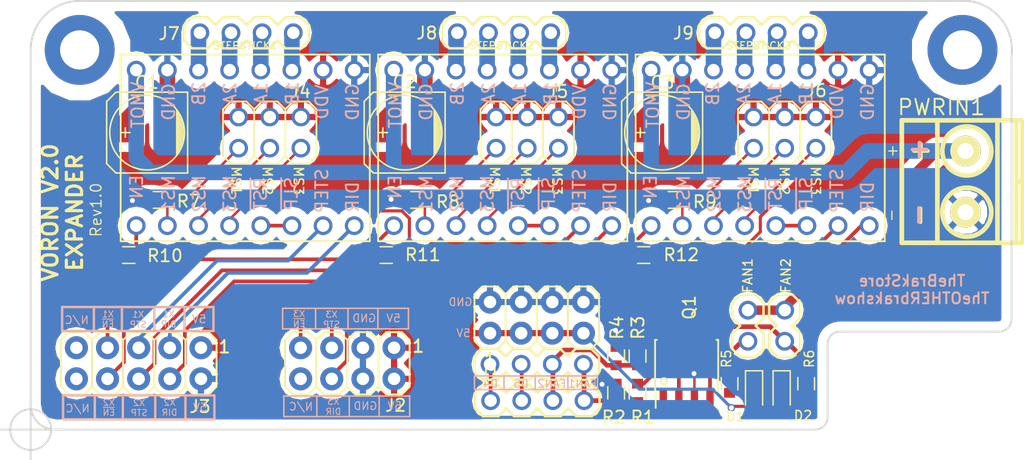
<source format=kicad_pcb>
(kicad_pcb (version 4) (host pcbnew 4.0.2-stable)
  (layers (0 F.Cu signal) (31 B.Cu signal hide) (34 B.Paste user) (35 F.Paste user hide) (36 B.SilkS user hide) (37 F.SilkS user) (38 B.Mask user) (39 F.Mask user hide) (44 Edge.Cuts user))
  (net 0 "")
  (net 1 VMOT)
  (net 2 GND)
  (net 3 VCC)
  (net 4 "Net-(D1-Pad1)")
  (net 5 "Net-(D2-Pad1)")
  (net 6 "Net-(FAN1-Pad2)")
  (net 7 "Net-(FAN2-Pad2)")
  (net 8 FAN1)
  (net 9 FAN2)
  (net 10 D5)
  (net 11 D4)
  (net 12 STEP_1)
  (net 13 DIR_2)
  (net 14 EN_1)
  (net 15 "Net-(J2-Pad8)")
  (net 16 DIR_1)
  (net 17 STEP_2)
  (net 18 EN_2)
  (net 19 "Net-(J3-Pad9)")
  (net 20 "Net-(J3-Pad10)")
  (net 21 "Net-(J7-Pad1)")
  (net 22 "Net-(J7-Pad2)")
  (net 23 "Net-(J7-Pad3)")
  (net 24 "Net-(J7-Pad4)")
  (net 25 "Net-(J8-Pad1)")
  (net 26 "Net-(J8-Pad2)")
  (net 27 "Net-(J8-Pad3)")
  (net 28 "Net-(J8-Pad4)")
  (net 29 "Net-(J9-Pad1)")
  (net 30 "Net-(J9-Pad2)")
  (net 31 "Net-(J9-Pad3)")
  (net 32 "Net-(J9-Pad4)")
  (net 33 "Net-(Q1-Pad2)")
  (net 34 "Net-(Q1-Pad4)")
  (net 35 "Net-(Stepstick1-Pad5)")
  (net 36 "Net-(Stepstick2-Pad5)")
  (net 37 "Net-(Stepstick3-Pad5)")
  (net 38 "Net-(J4-Pad1)")
  (net 39 "Net-(J4-Pad3)")
  (net 40 "Net-(J4-Pad5)")
  (net 41 "Net-(J5-Pad1)")
  (net 42 "Net-(J5-Pad3)")
  (net 43 "Net-(J5-Pad5)")
  (net 44 "Net-(J6-Pad1)")
  (net 45 "Net-(J6-Pad3)")
  (net 46 "Net-(J6-Pad5)")
  (net 47 DIR_3)
  (net 48 EN_3)
  (net 49 STEP_3)
  (module VORON_V2.0:2X4_PIN_HEADER (layer F.Cu) (at 159.639 123.317 180)
    (fp_text reference J2 (at -0.1298 -4.7018 180) (layer F.SilkS))
    (fp_text value CONN_02X04)
    (fp_text user 1 (at -1.9708 0.1244 180) (layer F.SilkS) (effects (font (size 1.016 1.016) (thickness 0.16256))))
    (pad 1 thru_hole oval (at 0 0 180) (size 1.8796 1.8796) (drill 1.016) (layers *.Cu *.Mask) (net 3 VCC) (clearance 0.2032))
    (pad 2 thru_hole oval (at 0 -2.54 180) (size 1.8796 1.8796) (drill 1.016) (layers *.Cu *.Mask) (net 3 VCC) (clearance 0.2032))
    (pad 3 thru_hole oval (at 2.54 0 180) (size 1.8796 1.8796) (drill 1.016) (layers *.Cu *.Mask) (net 2 GND) (clearance 0.2032))
    (pad 4 thru_hole oval (at 2.54 -2.54 180) (size 1.8796 1.8796) (drill 1.016) (layers *.Cu *.Mask) (net 2 GND))
    (pad 5 thru_hole oval (at 5.08 0 180) (size 1.8796 1.8796) (drill 1.016) (layers *.Cu *.Mask) (net 49 STEP_3))
    (pad 6 thru_hole oval (at 5.08 -2.54 180) (size 1.8796 1.8796) (drill 1.016) (layers *.Cu *.Mask) (net 47 DIR_3))
    (pad 7 thru_hole oval (at 7.62 0 180) (size 1.8796 1.8796) (drill 1.016) (layers *.Cu *.Mask) (net 48 EN_3))
    (pad 8 thru_hole oval (at 7.62 -2.54 180) (size 1.8796 1.8796) (drill 1.016) (layers *.Cu *.Mask) (net 15 "Net-(J2-Pad8)"))
  )
  (module VORON_V2.0:Stepstick (layer F.Cu) (at 147.5 107 90)
    (fp_text reference STEPSTICK1 (at 8.3428 -0.0084 180) (layer F.SilkS) (effects (font (size 0.6 0.6) (thickness 0.1))))
    (fp_text value Stepstick)
    (fp_text user VMOT (at 3.5 -8.75 90) (layer B.SilkS) (effects (justify mirror)))
    (fp_text user GND (at 3.75 -6.25 90) (layer B.SilkS) (effects (justify mirror)))
    (fp_text user 2B (at 4.432 -3.784 90) (layer B.SilkS) (effects (justify mirror)))
    (fp_text user 2A (at 4.432 -1.244 90) (layer B.SilkS) (effects (justify mirror)))
    (fp_text user 1A (at 4.432 1.296 90) (layer B.SilkS) (effects (justify mirror)))
    (fp_text user 1B (at 4.432 3.836 90) (layer B.SilkS) (effects (justify mirror)))
    (fp_text user VDD (at 3.75 6.25 90) (layer B.SilkS) (effects (justify mirror)))
    (fp_text user GND (at 3.75 8.75 90) (layer B.SilkS) (effects (justify mirror)))
    (fp_text user DIR (at -4 8.75 90) (layer B.SilkS) (effects (justify mirror)))
    (fp_text user STEP (at -3.5 6.25 90) (layer B.SilkS) (effects (justify mirror)))
    (fp_text user ~SLP (at -3.75 3.75 90) (layer B.SilkS) (effects (justify mirror)))
    (fp_text user ~RST (at -3.75 1.25 90) (layer B.SilkS) (effects (justify mirror)))
    (fp_text user MS3 (at -3.75 -1.25 90) (layer B.SilkS) (effects (justify mirror)))
    (fp_text user MS2 (at -3.75 -3.75 90) (layer B.SilkS) (effects (justify mirror)))
    (fp_text user MS1 (at -3.75 -6.25 90) (layer B.SilkS) (effects (justify mirror)))
    (fp_text user EN (at -3.188 -8.864 90) (layer B.SilkS) (effects (justify mirror)))
    (pad 14 thru_hole oval (at 6.35 -3.81 90) (size 1.524 1.524) (drill 1.016) (layers *.Cu *.Mask) (net 21 "Net-(J7-Pad1)"))
    (pad 15 thru_hole oval (at 6.35 -6.35 90) (size 1.524 1.524) (drill 1.016) (layers *.Cu *.Mask) (net 2 GND))
    (pad 16 thru_hole oval (at 6.35 -8.89 90) (size 1.524 1.524) (drill 1.016) (layers *.Cu *.Mask) (net 1 VMOT))
    (pad 13 thru_hole oval (at 6.35 -1.27 90) (size 1.524 1.524) (drill 1.016) (layers *.Cu *.Mask) (net 22 "Net-(J7-Pad2)"))
    (pad 12 thru_hole oval (at 6.35 1.27 90) (size 1.524 1.524) (drill 1.016) (layers *.Cu *.Mask) (net 23 "Net-(J7-Pad3)"))
    (pad 11 thru_hole oval (at 6.35 3.81 90) (size 1.524 1.524) (drill 1.016) (layers *.Cu *.Mask) (net 24 "Net-(J7-Pad4)"))
    (pad 9 thru_hole oval (at 6.35 8.89 90) (size 1.524 1.524) (drill 1.016) (layers *.Cu *.Mask) (net 2 GND))
    (pad 10 thru_hole oval (at 6.35 6.35 90) (size 1.524 1.524) (drill 1.016) (layers *.Cu *.Mask) (net 3 VCC) (clearance 0.254))
    (pad 7 thru_hole oval (at -6.35 6.35 90) (size 1.524 1.524) (drill 1.016) (layers *.Cu *.Mask) (net 12 STEP_1))
    (pad 8 thru_hole oval (at -6.35 8.89 90) (size 1.524 1.524) (drill 1.016) (layers *.Cu *.Mask) (net 16 DIR_1))
    (pad 6 thru_hole oval (at -6.35 3.81 90) (size 1.524 1.524) (drill 1.016) (layers *.Cu *.Mask) (net 35 "Net-(Stepstick1-Pad5)"))
    (pad 5 thru_hole oval (at -6.35 1.27 90) (size 1.524 1.524) (drill 1.016) (layers *.Cu *.Mask) (net 35 "Net-(Stepstick1-Pad5)"))
    (pad 1 thru_hole oval (at -6.35 -8.89 90) (size 1.524 1.524) (drill 1.016) (layers *.Cu *.Mask) (net 14 EN_1))
    (pad 2 thru_hole oval (at -6.35 -6.35 90) (size 1.524 1.524) (drill 1.016) (layers *.Cu *.Mask) (net 38 "Net-(J4-Pad1)"))
    (pad 3 thru_hole oval (at -6.35 -3.81 90) (size 1.524 1.524) (drill 1.016) (layers *.Cu *.Mask) (net 39 "Net-(J4-Pad3)"))
    (pad 4 thru_hole oval (at -6.35 -1.27 90) (size 1.524 1.524) (drill 1.016) (layers *.Cu *.Mask) (net 40 "Net-(J4-Pad5)"))
  )
  (module VORON_V2.0:Stepstick (layer F.Cu) (at 168.5 107 90)
    (fp_text reference STEPSTICK2 (at 8.3428 -0.0868 180) (layer F.SilkS) (effects (font (size 0.6 0.6) (thickness 0.1))))
    (fp_text value Stepstick)
    (fp_text user VMOT (at 3.5 -8.75 90) (layer B.SilkS) (effects (justify mirror)))
    (fp_text user GND (at 3.75 -6.25 90) (layer B.SilkS) (effects (justify mirror)))
    (fp_text user 2B (at 4.432 -3.702 90) (layer B.SilkS) (effects (justify mirror)))
    (fp_text user 2A (at 4.432 -1.162 90) (layer B.SilkS) (effects (justify mirror)))
    (fp_text user 1A (at 4.432 1.378 90) (layer B.SilkS) (effects (justify mirror)))
    (fp_text user 1B (at 4.432 3.918 90) (layer B.SilkS) (effects (justify mirror)))
    (fp_text user VDD (at 3.75 6.25 90) (layer B.SilkS) (effects (justify mirror)))
    (fp_text user GND (at 3.75 8.75 90) (layer B.SilkS) (effects (justify mirror)))
    (fp_text user DIR (at -4 8.75 90) (layer B.SilkS) (effects (justify mirror)))
    (fp_text user STEP (at -3.5 6.25 90) (layer B.SilkS) (effects (justify mirror)))
    (fp_text user ~SLP (at -3.75 3.75 90) (layer B.SilkS) (effects (justify mirror)))
    (fp_text user ~RST (at -3.75 1.25 90) (layer B.SilkS) (effects (justify mirror)))
    (fp_text user MS3 (at -3.75 -1.25 90) (layer B.SilkS) (effects (justify mirror)))
    (fp_text user MS2 (at -3.75 -3.75 90) (layer B.SilkS) (effects (justify mirror)))
    (fp_text user MS1 (at -3.75 -6.25 90) (layer B.SilkS) (effects (justify mirror)))
    (fp_text user EN (at -3.188 -8.782 90) (layer B.SilkS) (effects (justify mirror)))
    (pad 14 thru_hole oval (at 6.35 -3.81 90) (size 1.524 1.524) (drill 1.016) (layers *.Cu *.Mask) (net 25 "Net-(J8-Pad1)"))
    (pad 15 thru_hole oval (at 6.35 -6.35 90) (size 1.524 1.524) (drill 1.016) (layers *.Cu *.Mask) (net 2 GND))
    (pad 16 thru_hole oval (at 6.35 -8.89 90) (size 1.524 1.524) (drill 1.016) (layers *.Cu *.Mask) (net 1 VMOT))
    (pad 13 thru_hole oval (at 6.35 -1.27 90) (size 1.524 1.524) (drill 1.016) (layers *.Cu *.Mask) (net 26 "Net-(J8-Pad2)"))
    (pad 12 thru_hole oval (at 6.35 1.27 90) (size 1.524 1.524) (drill 1.016) (layers *.Cu *.Mask) (net 27 "Net-(J8-Pad3)"))
    (pad 11 thru_hole oval (at 6.35 3.81 90) (size 1.524 1.524) (drill 1.016) (layers *.Cu *.Mask) (net 28 "Net-(J8-Pad4)"))
    (pad 9 thru_hole oval (at 6.35 8.89 90) (size 1.524 1.524) (drill 1.016) (layers *.Cu *.Mask) (net 2 GND))
    (pad 10 thru_hole oval (at 6.35 6.35 90) (size 1.524 1.524) (drill 1.016) (layers *.Cu *.Mask) (net 3 VCC))
    (pad 7 thru_hole oval (at -6.35 6.35 90) (size 1.524 1.524) (drill 1.016) (layers *.Cu *.Mask) (net 17 STEP_2))
    (pad 8 thru_hole oval (at -6.35 8.89 90) (size 1.524 1.524) (drill 1.016) (layers *.Cu *.Mask) (net 13 DIR_2))
    (pad 6 thru_hole oval (at -6.35 3.81 90) (size 1.524 1.524) (drill 1.016) (layers *.Cu *.Mask) (net 36 "Net-(Stepstick2-Pad5)"))
    (pad 5 thru_hole oval (at -6.35 1.27 90) (size 1.524 1.524) (drill 1.016) (layers *.Cu *.Mask) (net 36 "Net-(Stepstick2-Pad5)"))
    (pad 1 thru_hole oval (at -6.35 -8.89 90) (size 1.524 1.524) (drill 1.016) (layers *.Cu *.Mask) (net 18 EN_2))
    (pad 2 thru_hole oval (at -6.35 -6.35 90) (size 1.524 1.524) (drill 1.016) (layers *.Cu *.Mask) (net 41 "Net-(J5-Pad1)"))
    (pad 3 thru_hole oval (at -6.35 -3.81 90) (size 1.524 1.524) (drill 1.016) (layers *.Cu *.Mask) (net 42 "Net-(J5-Pad3)"))
    (pad 4 thru_hole oval (at -6.35 -1.27 90) (size 1.524 1.524) (drill 1.016) (layers *.Cu *.Mask) (net 43 "Net-(J5-Pad5)"))
  )
  (module VORON_V2.0:2X5_PIN_HEADER (layer F.Cu) (at 143.891 123.317 180)
    (fp_text reference J3 (at 0.0734 -4.8034 180) (layer F.SilkS))
    (fp_text value CONN_02X05)
    (fp_text user 1 (at -1.9078 0.0734 180) (layer F.SilkS) (effects (font (size 1.016 1.016) (thickness 0.16256))))
    (pad 1 thru_hole oval (at 0 0 180) (size 1.8796 1.8796) (drill 1.016) (layers *.Cu *.Mask) (net 3 VCC) (clearance 0.2032))
    (pad 2 thru_hole oval (at 0 -2.54 180) (size 1.8796 1.8796) (drill 1.016) (layers *.Cu *.Mask) (net 2 GND))
    (pad 3 thru_hole oval (at 2.54 0 180) (size 1.8796 1.8796) (drill 1.016) (layers *.Cu *.Mask) (net 16 DIR_1))
    (pad 4 thru_hole oval (at 2.54 -2.54 180) (size 1.8796 1.8796) (drill 1.016) (layers *.Cu *.Mask) (net 13 DIR_2))
    (pad 5 thru_hole oval (at 5.08 0 180) (size 1.8796 1.8796) (drill 1.016) (layers *.Cu *.Mask) (net 12 STEP_1))
    (pad 6 thru_hole oval (at 5.08 -2.54 180) (size 1.8796 1.8796) (drill 1.016) (layers *.Cu *.Mask) (net 17 STEP_2))
    (pad 7 thru_hole oval (at 7.62 0 180) (size 1.8796 1.8796) (drill 1.016) (layers *.Cu *.Mask) (net 14 EN_1))
    (pad 8 thru_hole oval (at 7.62 -2.54 180) (size 1.8796 1.8796) (drill 1.016) (layers *.Cu *.Mask) (net 18 EN_2))
    (pad 9 thru_hole oval (at 10.16 0 180) (size 1.8796 1.8796) (drill 1.016) (layers *.Cu *.Mask) (net 19 "Net-(J3-Pad9)"))
    (pad 10 thru_hole oval (at 10.16 -2.54 180) (size 1.8796 1.8796) (drill 1.016) (layers *.Cu *.Mask) (net 20 "Net-(J3-Pad10)"))
  )
  (module VORON_V2.0:c_elec_6.3x7.7 (layer F.Cu) (at 139.5 105.75 180)
    (fp_text reference C1 (at 0.0208 4.0964 180) (layer F.SilkS))
    (fp_text value 100uF hide)
    (pad 1 smd rect (at 2.75082 0 180) (size 3.59918 1.6002) (layers F.Cu F.Paste F.Mask) (net 1 VMOT))
    (pad 2 smd rect (at -2.75082 0 180) (size 3.59918 1.6002) (layers F.Cu F.Paste F.Mask) (net 2 GND))
  )
  (module VORON_V2.0:c_elec_6.3x7.7 (layer F.Cu) (at 160.5 105.75 180)
    (fp_text reference C2 (at 0.0012 4.1472 180) (layer F.SilkS))
    (fp_text value 100uF hide)
    (pad 1 smd rect (at 2.75082 0 180) (size 3.59918 1.6002) (layers F.Cu F.Paste F.Mask) (net 1 VMOT))
    (pad 2 smd rect (at -2.75082 0 180) (size 3.59918 1.6002) (layers F.Cu F.Paste F.Mask) (net 2 GND))
  )
  (module VORON_V2.0:c_elec_6.3x7.7 (layer F.Cu) (at 181.5 105.75 180)
    (fp_text reference C3 (at -0.0256 4.098 180) (layer F.SilkS))
    (fp_text value 100uF hide)
    (pad 1 smd rect (at 2.75082 0 180) (size 3.59918 1.6002) (layers F.Cu F.Paste F.Mask) (net 1 VMOT))
    (pad 2 smd rect (at -2.75082 0 180) (size 3.59918 1.6002) (layers F.Cu F.Paste F.Mask) (net 2 GND))
  )
  (module VORON_V2.0:LED_0805 (layer F.Cu) (at 189 127 270)
    (fp_text reference D1 (at 1.9205 1.5325 360) (layer F.SilkS) (effects (font (size 0.762 0.762) (thickness 0.11938))))
    (fp_text value LED hide)
    (pad 2 smd rect (at 1.1 0 90) (size 1.2 1.2) (layers F.Cu F.Paste F.Mask) (net 3 VCC))
    (pad 1 smd rect (at -1.1 0 90) (size 1.2 1.2) (layers F.Cu F.Paste F.Mask) (net 4 "Net-(D1-Pad1)"))
  )
  (module VORON_V2.0:LED_0805 (layer F.Cu) (at 191.25 127 270)
    (fp_text reference D2 (at 1.857 -1.742 360) (layer F.SilkS) (effects (font (size 0.762 0.762) (thickness 0.11938))))
    (fp_text value LED hide)
    (pad 2 smd rect (at 1.1 0 90) (size 1.2 1.2) (layers F.Cu F.Paste F.Mask) (net 3 VCC))
    (pad 1 smd rect (at -1.1 0 90) (size 1.2 1.2) (layers F.Cu F.Paste F.Mask) (net 5 "Net-(D2-Pad1)"))
  )
  (module VORON_V2.0:1X2_PIN_HEADER (layer F.Cu) (at 188.5 120.25 270)
    (fp_text reference FAN1 (at -2.823 0.0165 270) (layer F.SilkS) (effects (font (size 0.762 0.762) (thickness 0.11938))))
    (fp_text value FAN1 hide)
    (pad 1 thru_hole oval (at 0 0) (size 1.524 1.524) (drill 1.016) (layers *.Cu *.Mask) (net 1 VMOT))
    (pad 2 thru_hole oval (at 2.54 0) (size 1.524 1.524) (drill 1.016) (layers *.Cu *.Mask) (net 6 "Net-(FAN1-Pad2)"))
  )
  (module VORON_V2.0:1X2_PIN_HEADER (layer F.Cu) (at 191.5 120.25 270)
    (fp_text reference FAN2 (at -2.823 -0.095 270) (layer F.SilkS) (effects (font (size 0.762 0.762) (thickness 0.11938))))
    (fp_text value FAN2 hide)
    (pad 1 thru_hole oval (at 0 0) (size 1.524 1.524) (drill 1.016) (layers *.Cu *.Mask) (net 1 VMOT))
    (pad 2 thru_hole oval (at 2.54 0) (size 1.524 1.524) (drill 1.016) (layers *.Cu *.Mask) (net 7 "Net-(FAN2-Pad2)"))
  )
  (module VORON_V2.0:1X04_PIN_HEADER (layer F.Cu) (at 167.513 127.635)
    (fp_text reference J1 (at -0.048 -2.218) (layer F.SilkS))
    (fp_text value " ")
    (pad 1 thru_hole oval (at 0 0 90) (size 1.524 1.524) (drill 1.016) (layers *.Cu *.Mask) (net 11 D4))
    (pad 2 thru_hole oval (at 2.54 0 90) (size 1.524 1.524) (drill 1.016) (layers *.Cu *.Mask) (net 10 D5))
    (pad 3 thru_hole oval (at 5.08 0 90) (size 1.524 1.524) (drill 1.016) (layers *.Cu *.Mask) (net 9 FAN2))
    (pad 4 thru_hole oval (at 7.62 0 90) (size 1.524 1.524) (drill 1.016) (layers *.Cu *.Mask) (net 8 FAN1))
  )
  (module VORON_V2.0:2X03_PIN_HEADER (layer F.Cu) (at 149.5 105.75)
    (fp_text reference J4 (at 2.4892 -3.3528) (layer F.SilkS))
    (fp_text value CONN_02X03 hide)
    (pad 1 thru_hole oval (at -2.54 1.27) (size 1.524 1.524) (drill 1.016) (layers *.Cu *.Mask) (net 38 "Net-(J4-Pad1)"))
    (pad 2 thru_hole oval (at -2.54 -1.27) (size 1.524 1.524) (drill 1.016) (layers *.Cu *.Mask) (net 3 VCC))
    (pad 3 thru_hole oval (at 0 1.27) (size 1.524 1.524) (drill 1.016) (layers *.Cu *.Mask) (net 39 "Net-(J4-Pad3)"))
    (pad 4 thru_hole oval (at 0 -1.27) (size 1.524 1.524) (drill 1.016) (layers *.Cu *.Mask) (net 3 VCC))
    (pad 5 thru_hole oval (at 2.54 1.27) (size 1.524 1.524) (drill 1.016) (layers *.Cu *.Mask) (net 40 "Net-(J4-Pad5)"))
    (pad 6 thru_hole oval (at 2.54 -1.27) (size 1.524 1.524) (drill 1.016) (layers *.Cu *.Mask) (net 3 VCC))
  )
  (module VORON_V2.0:2X03_PIN_HEADER (layer F.Cu) (at 170.5 105.75)
    (fp_text reference J5 (at 2.4892 -3.3528) (layer F.SilkS))
    (fp_text value CONN_02X03 hide)
    (pad 1 thru_hole oval (at -2.54 1.27) (size 1.524 1.524) (drill 1.016) (layers *.Cu *.Mask) (net 41 "Net-(J5-Pad1)"))
    (pad 2 thru_hole oval (at -2.54 -1.27) (size 1.524 1.524) (drill 1.016) (layers *.Cu *.Mask) (net 3 VCC))
    (pad 3 thru_hole oval (at 0 1.27) (size 1.524 1.524) (drill 1.016) (layers *.Cu *.Mask) (net 42 "Net-(J5-Pad3)"))
    (pad 4 thru_hole oval (at 0 -1.27) (size 1.524 1.524) (drill 1.016) (layers *.Cu *.Mask) (net 3 VCC))
    (pad 5 thru_hole oval (at 2.54 1.27) (size 1.524 1.524) (drill 1.016) (layers *.Cu *.Mask) (net 43 "Net-(J5-Pad5)"))
    (pad 6 thru_hole oval (at 2.54 -1.27) (size 1.524 1.524) (drill 1.016) (layers *.Cu *.Mask) (net 3 VCC))
  )
  (module VORON_V2.0:2X03_PIN_HEADER (layer F.Cu) (at 191.5 105.75)
    (fp_text reference J6 (at 2.5728 -3.4232) (layer F.SilkS))
    (fp_text value CONN_02X03 hide)
    (pad 1 thru_hole oval (at -2.54 1.27) (size 1.524 1.524) (drill 1.016) (layers *.Cu *.Mask) (net 44 "Net-(J6-Pad1)"))
    (pad 2 thru_hole oval (at -2.54 -1.27) (size 1.524 1.524) (drill 1.016) (layers *.Cu *.Mask) (net 3 VCC))
    (pad 3 thru_hole oval (at 0 1.27) (size 1.524 1.524) (drill 1.016) (layers *.Cu *.Mask) (net 45 "Net-(J6-Pad3)"))
    (pad 4 thru_hole oval (at 0 -1.27) (size 1.524 1.524) (drill 1.016) (layers *.Cu *.Mask) (net 3 VCC))
    (pad 5 thru_hole oval (at 2.54 1.27) (size 1.524 1.524) (drill 1.016) (layers *.Cu *.Mask) (net 46 "Net-(J6-Pad5)"))
    (pad 6 thru_hole oval (at 2.54 -1.27) (size 1.524 1.524) (drill 1.016) (layers *.Cu *.Mask) (net 3 VCC))
  )
  (module VORON_V2.0:1X04_PIN_HEADER (layer F.Cu) (at 143.8 97.6)
    (fp_text reference J7 (at -2.5084 0.0776) (layer F.SilkS))
    (fp_text value "Stepper 1")
    (pad 1 thru_hole oval (at 0 0 90) (size 1.524 1.524) (drill 1.016) (layers *.Cu *.Mask) (net 21 "Net-(J7-Pad1)"))
    (pad 2 thru_hole oval (at 2.54 0 90) (size 1.524 1.524) (drill 1.016) (layers *.Cu *.Mask) (net 22 "Net-(J7-Pad2)"))
    (pad 3 thru_hole oval (at 5.08 0 90) (size 1.524 1.524) (drill 1.016) (layers *.Cu *.Mask) (net 23 "Net-(J7-Pad3)"))
    (pad 4 thru_hole oval (at 7.62 0 90) (size 1.524 1.524) (drill 1.016) (layers *.Cu *.Mask) (net 24 "Net-(J7-Pad4)"))
  )
  (module VORON_V2.0:1X04_PIN_HEADER (layer F.Cu) (at 164.8 97.6)
    (fp_text reference J8 (at -2.4852 0.0268) (layer F.SilkS))
    (fp_text value "Stepper 2")
    (pad 1 thru_hole oval (at 0 0 90) (size 1.524 1.524) (drill 1.016) (layers *.Cu *.Mask) (net 25 "Net-(J8-Pad1)"))
    (pad 2 thru_hole oval (at 2.54 0 90) (size 1.524 1.524) (drill 1.016) (layers *.Cu *.Mask) (net 26 "Net-(J8-Pad2)"))
    (pad 3 thru_hole oval (at 5.08 0 90) (size 1.524 1.524) (drill 1.016) (layers *.Cu *.Mask) (net 27 "Net-(J8-Pad3)"))
    (pad 4 thru_hole oval (at 7.62 0 90) (size 1.524 1.524) (drill 1.016) (layers *.Cu *.Mask) (net 28 "Net-(J8-Pad4)"))
  )
  (module VORON_V2.0:1X04_PIN_HEADER (layer F.Cu) (at 185.8 97.6)
    (fp_text reference J9 (at -2.5636 0.0268) (layer F.SilkS))
    (fp_text value "Stepper 3")
    (pad 1 thru_hole oval (at 0 0 90) (size 1.524 1.524) (drill 1.016) (layers *.Cu *.Mask) (net 29 "Net-(J9-Pad1)"))
    (pad 2 thru_hole oval (at 2.54 0 90) (size 1.524 1.524) (drill 1.016) (layers *.Cu *.Mask) (net 30 "Net-(J9-Pad2)"))
    (pad 3 thru_hole oval (at 5.08 0 90) (size 1.524 1.524) (drill 1.016) (layers *.Cu *.Mask) (net 31 "Net-(J9-Pad3)"))
    (pad 4 thru_hole oval (at 7.62 0 90) (size 1.524 1.524) (drill 1.016) (layers *.Cu *.Mask) (net 32 "Net-(J9-Pad4)"))
  )
  (module VORON_V2.0:mkds_1,5-2 (layer F.Cu) (at 206.25 109.75 90)
    (fp_text reference PWRIN1 (at 6.0676 -1.98 180) (layer F.SilkS) (effects (font (size 1.27 1.27) (thickness 0.1524))))
    (fp_text value PWRIN hide)
    (pad 1 thru_hole circle (at -2.5 0 90) (size 2.5 2.5) (drill 1.3) (layers *.Cu *.Mask F.SilkS) (net 2 GND))
    (pad 2 thru_hole circle (at 2.5 0 90) (size 2.5 2.5) (drill 1.3) (layers *.Cu *.Mask F.SilkS) (net 1 VMOT))
  )
  (module VORON_V2.0:R_0603 (layer F.Cu) (at 179.5 127 270)
    (fp_text reference R1 (at 1.984 -0.411 360) (layer F.SilkS))
    (fp_text value 100 hide)
    (pad 1 smd rect (at -0.75 0 270) (size 0.8 0.9) (layers F.Cu F.Paste F.Mask) (net 33 "Net-(Q1-Pad2)"))
    (pad 2 smd rect (at 0.75 0 270) (size 0.8 0.9) (layers F.Cu F.Paste F.Mask) (net 8 FAN1) (clearance 0.2032))
  )
  (module VORON_V2.0:R_0603 (layer F.Cu) (at 177.75 127 270)
    (fp_text reference R2 (at 1.984 0.1885 360) (layer F.SilkS))
    (fp_text value 100k hide)
    (pad 1 smd rect (at -0.75 0 270) (size 0.8 0.9) (layers F.Cu F.Paste F.Mask) (net 2 GND))
    (pad 2 smd rect (at 0.75 0 270) (size 0.8 0.9) (layers F.Cu F.Paste F.Mask) (net 8 FAN1))
  )
  (module VORON_V2.0:R_0603 (layer F.Cu) (at 179.5 124 270)
    (fp_text reference R3 (at -2.3185 -0.03 270) (layer F.SilkS))
    (fp_text value 100 hide)
    (pad 1 smd rect (at -0.75 0 270) (size 0.8 0.9) (layers F.Cu F.Paste F.Mask) (net 34 "Net-(Q1-Pad4)") (clearance 0.127))
    (pad 2 smd rect (at 0.75 0 270) (size 0.8 0.9) (layers F.Cu F.Paste F.Mask) (net 9 FAN2))
  )
  (module VORON_V2.0:R_0603 (layer F.Cu) (at 177.75 124 270)
    (fp_text reference R4 (at -2.3185 -0.0655 270) (layer F.SilkS))
    (fp_text value 100k hide)
    (pad 1 smd rect (at -0.75 0 270) (size 0.8 0.9) (layers F.Cu F.Paste F.Mask) (net 2 GND))
    (pad 2 smd rect (at 0.75 0 270) (size 0.8 0.9) (layers F.Cu F.Paste F.Mask) (net 9 FAN2))
  )
  (module VORON_V2.0:R_0603 (layer F.Cu) (at 187 126.25 270)
    (fp_text reference R5 (at -2.032 0.254 270) (layer F.SilkS) (effects (font (size 0.762 0.762) (thickness 0.11938))))
    (fp_text value 1.80k hide)
    (pad 1 smd rect (at -0.75 0 270) (size 0.8 0.9) (layers F.Cu F.Paste F.Mask) (net 6 "Net-(FAN1-Pad2)"))
    (pad 2 smd rect (at 0.75 0 270) (size 0.8 0.9) (layers F.Cu F.Paste F.Mask) (net 4 "Net-(D1-Pad1)"))
  )
  (module VORON_V2.0:R_0603 (layer F.Cu) (at 193.25 126.25 270)
    (fp_text reference R6 (at -2.032 -0.254 270) (layer F.SilkS) (effects (font (size 0.762 0.762) (thickness 0.11938))))
    (fp_text value 1.80k hide)
    (pad 1 smd rect (at -0.75 0 270) (size 0.8 0.9) (layers F.Cu F.Paste F.Mask) (net 7 "Net-(FAN2-Pad2)"))
    (pad 2 smd rect (at 0.75 0 270) (size 0.8 0.9) (layers F.Cu F.Paste F.Mask) (net 5 "Net-(D2-Pad1)"))
  )
  (module VORON_V2.0:R_0603 (layer F.Cu) (at 140.5 111.25)
    (fp_text reference R7 (at 2.3904 0.1044) (layer F.SilkS))
    (fp_text value 100k)
    (pad 1 smd rect (at -0.75 0) (size 0.8 0.9) (layers F.Cu F.Paste F.Mask) (net 2 GND))
    (pad 2 smd rect (at 0.75 0) (size 0.8 0.9) (layers F.Cu F.Paste F.Mask) (net 38 "Net-(J4-Pad1)"))
  )
  (module VORON_V2.0:R_0603 (layer F.Cu) (at 161.5 111.25)
    (fp_text reference R8 (at 2.54 0.1552) (layer F.SilkS))
    (fp_text value 100k hide)
    (pad 1 smd rect (at -0.75 0) (size 0.8 0.9) (layers F.Cu F.Paste F.Mask) (net 2 GND))
    (pad 2 smd rect (at 0.75 0) (size 0.8 0.9) (layers F.Cu F.Paste F.Mask) (net 41 "Net-(J5-Pad1)"))
  )
  (module VORON_V2.0:R_0603 (layer F.Cu) (at 182.5 111.25)
    (fp_text reference R9 (at 2.4892 0.1552) (layer F.SilkS))
    (fp_text value 100k hide)
    (pad 1 smd rect (at -0.75 0) (size 0.8 0.9) (layers F.Cu F.Paste F.Mask) (net 2 GND))
    (pad 2 smd rect (at 0.75 0) (size 0.8 0.9) (layers F.Cu F.Paste F.Mask) (net 44 "Net-(J6-Pad1)"))
  )
  (module VORON_V2.0:R_0603 (layer F.Cu) (at 138 115.75)
    (fp_text reference R10 (at 2.9492 0.0536) (layer F.SilkS))
    (fp_text value 10.0k hide)
    (pad 1 smd rect (at -0.75 0) (size 0.8 0.9) (layers F.Cu F.Paste F.Mask) (net 3 VCC))
    (pad 2 smd rect (at 0.75 0) (size 0.8 0.9) (layers F.Cu F.Paste F.Mask) (net 14 EN_1))
  )
  (module VORON_V2.0:R_0603 (layer F.Cu) (at 159 115.75 180)
    (fp_text reference R11 (at -2.9844 0.0228 180) (layer F.SilkS))
    (fp_text value 10.0k hide)
    (pad 1 smd rect (at -0.75 0 180) (size 0.8 0.9) (layers F.Cu F.Paste F.Mask) (net 3 VCC))
    (pad 2 smd rect (at 0.75 0 180) (size 0.8 0.9) (layers F.Cu F.Paste F.Mask) (net 18 EN_2))
  )
  (module VORON_V2.0:R_0603 (layer F.Cu) (at 180 115.75 180)
    (fp_text reference R12 (at -3.0628 0.0228 180) (layer F.SilkS))
    (fp_text value 10.0k hide)
    (pad 1 smd rect (at -0.75 0 180) (size 0.8 0.9) (layers F.Cu F.Paste F.Mask) (net 3 VCC))
    (pad 2 smd rect (at 0.75 0 180) (size 0.8 0.9) (layers F.Cu F.Paste F.Mask) (net 48 EN_3))
  )
  (module Mounting_Holes:MountingHole_3.2mm_M3_ISO7380_Pad (layer F.Cu) (at 206 99)
    (fp_text reference REF** hide)
    (fp_text value MountingHole_3.2mm_M3_ISO7380_Pad hide)
    (pad 1 thru_hole circle (at 0 0) (size 5.7 5.7) (drill 3.2) (layers *.Cu *.Mask) (clearance 1.27))
  )
  (module Mounting_Holes:MountingHole_3.2mm_M3_ISO7380_Pad (layer F.Cu) (at 134 99)
    (fp_text reference REF** hide)
    (fp_text value MountingHole_3.2mm_M3_ISO7380_Pad hide)
    (pad 1 thru_hole circle (at 0 0) (size 5.7 5.7) (drill 3.2) (layers *.Cu *.Mask) (clearance 1.27))
  )
  (module VORON_V2.0:Stepstick (layer F.Cu) (at 189.5 107 90)
    (fp_text reference STEPSTICK3 (at 8.3428 -0.1144 180) (layer F.SilkS) (effects (font (size 0.6 0.6) (thickness 0.1))))
    (fp_text value Stepstick)
    (fp_text user VMOT (at 3.5 -8.75 90) (layer B.SilkS) (effects (justify mirror)))
    (fp_text user GND (at 3.75 -6.25 90) (layer B.SilkS) (effects (justify mirror)))
    (fp_text user 2B (at 4.432 -3.874 90) (layer B.SilkS) (effects (justify mirror)))
    (fp_text user 2A (at 4.432 -1.334 90) (layer B.SilkS) (effects (justify mirror)))
    (fp_text user 1A (at 4.432 1.206 90) (layer B.SilkS) (effects (justify mirror)))
    (fp_text user 1B (at 4.432 3.746 90) (layer B.SilkS) (effects (justify mirror)))
    (fp_text user VDD (at 3.75 6.25 90) (layer B.SilkS) (effects (justify mirror)))
    (fp_text user GND (at 3.75 8.75 90) (layer B.SilkS) (effects (justify mirror)))
    (fp_text user DIR (at -4 8.75 90) (layer B.SilkS) (effects (justify mirror)))
    (fp_text user STEP (at -3.5 6.25 90) (layer B.SilkS) (effects (justify mirror)))
    (fp_text user ~SLP (at -3.75 3.75 90) (layer B.SilkS) (effects (justify mirror)))
    (fp_text user ~RST (at -3.75 1.25 90) (layer B.SilkS) (effects (justify mirror)))
    (fp_text user MS3 (at -3.75 -1.25 90) (layer B.SilkS) (effects (justify mirror)))
    (fp_text user MS2 (at -3.75 -3.75 90) (layer B.SilkS) (effects (justify mirror)))
    (fp_text user MS1 (at -3.75 -6.25 90) (layer B.SilkS) (effects (justify mirror)))
    (fp_text user EN (at -3.188 -8.954 90) (layer B.SilkS) (effects (justify mirror)))
    (pad 14 thru_hole oval (at 6.35 -3.81 90) (size 1.524 1.524) (drill 1.016) (layers *.Cu *.Mask) (net 29 "Net-(J9-Pad1)"))
    (pad 15 thru_hole oval (at 6.35 -6.35 90) (size 1.524 1.524) (drill 1.016) (layers *.Cu *.Mask) (net 2 GND))
    (pad 16 thru_hole oval (at 6.35 -8.89 90) (size 1.524 1.524) (drill 1.016) (layers *.Cu *.Mask) (net 1 VMOT))
    (pad 13 thru_hole oval (at 6.35 -1.27 90) (size 1.524 1.524) (drill 1.016) (layers *.Cu *.Mask) (net 30 "Net-(J9-Pad2)"))
    (pad 12 thru_hole oval (at 6.35 1.27 90) (size 1.524 1.524) (drill 1.016) (layers *.Cu *.Mask) (net 31 "Net-(J9-Pad3)"))
    (pad 11 thru_hole oval (at 6.35 3.81 90) (size 1.524 1.524) (drill 1.016) (layers *.Cu *.Mask) (net 32 "Net-(J9-Pad4)"))
    (pad 9 thru_hole oval (at 6.35 8.89 90) (size 1.524 1.524) (drill 1.016) (layers *.Cu *.Mask) (net 2 GND))
    (pad 10 thru_hole oval (at 6.35 6.35 90) (size 1.524 1.524) (drill 1.016) (layers *.Cu *.Mask) (net 3 VCC))
    (pad 7 thru_hole oval (at -6.35 6.35 90) (size 1.524 1.524) (drill 1.016) (layers *.Cu *.Mask) (net 49 STEP_3))
    (pad 8 thru_hole oval (at -6.35 8.89 90) (size 1.524 1.524) (drill 1.016) (layers *.Cu *.Mask) (net 47 DIR_3))
    (pad 6 thru_hole oval (at -6.35 3.81 90) (size 1.524 1.524) (drill 1.016) (layers *.Cu *.Mask) (net 37 "Net-(Stepstick3-Pad5)"))
    (pad 5 thru_hole oval (at -6.35 1.27 90) (size 1.524 1.524) (drill 1.016) (layers *.Cu *.Mask) (net 37 "Net-(Stepstick3-Pad5)"))
    (pad 1 thru_hole oval (at -6.35 -8.89 90) (size 1.524 1.524) (drill 1.016) (layers *.Cu *.Mask) (net 48 EN_3))
    (pad 2 thru_hole oval (at -6.35 -6.35 90) (size 1.524 1.524) (drill 1.016) (layers *.Cu *.Mask) (net 44 "Net-(J6-Pad1)"))
    (pad 3 thru_hole oval (at -6.35 -3.81 90) (size 1.524 1.524) (drill 1.016) (layers *.Cu *.Mask) (net 45 "Net-(J6-Pad3)"))
    (pad 4 thru_hole oval (at -6.35 -1.27 90) (size 1.524 1.524) (drill 1.016) (layers *.Cu *.Mask) (net 46 "Net-(J6-Pad5)"))
  )
  (module VORON_V2.0:SOIC-8_3.9x4.9mm_Pitch1.27mm (layer F.Cu) (at 183.5 124.75 90)
    (fp_text reference Q1 (at 4.7195 0.221 90) (layer F.SilkS))
    (fp_text value IRF8313PBF hide)
    (pad 1 smd rect (at -2.7 -1.905 90) (size 1.55 0.6) (layers F.Cu F.Paste F.Mask) (net 2 GND) (clearance 0.2032))
    (pad 2 smd rect (at -2.7 -0.635 90) (size 1.55 0.6) (layers F.Cu F.Paste F.Mask) (net 33 "Net-(Q1-Pad2)"))
    (pad 3 smd rect (at -2.7 0.635 90) (size 1.55 0.6) (layers F.Cu F.Paste F.Mask) (net 2 GND))
    (pad 4 smd rect (at -2.7 1.905 90) (size 1.55 0.6) (layers F.Cu F.Paste F.Mask) (net 34 "Net-(Q1-Pad4)"))
    (pad 5 smd rect (at 2.7 1.905 90) (size 1.55 0.6) (layers F.Cu F.Paste F.Mask) (net 7 "Net-(FAN2-Pad2)"))
    (pad 6 smd rect (at 2.7 0.635 90) (size 1.55 0.6) (layers F.Cu F.Paste F.Mask) (net 7 "Net-(FAN2-Pad2)"))
    (pad 7 smd rect (at 2.7 -0.635 90) (size 1.55 0.6) (layers F.Cu F.Paste F.Mask) (net 6 "Net-(FAN1-Pad2)"))
    (pad 8 smd rect (at 2.7 -1.905 90) (size 1.55 0.6) (layers F.Cu F.Paste F.Mask) (net 6 "Net-(FAN1-Pad2)"))
  )
  (module VORON_V2.0:2X4_PIN_SOCKET (layer F.Cu) (at 167.465 122.126)
    (fp_text reference J10)
    (fp_text value CONN_02X04)
    (fp_text user 1 (at 0 2.159) (layer F.SilkS) (effects (font (size 1.016 1.016) (thickness 0.16256))))
    (pad 1 thru_hole oval (at 0 0) (size 1.8796 1.8796) (drill 1.016) (layers *.Cu *.Mask) (net 3 VCC))
    (pad 2 thru_hole oval (at 0 -2.54) (size 1.8796 1.8796) (drill 1.016) (layers *.Cu *.Mask) (net 2 GND))
    (pad 3 thru_hole oval (at 2.54 0) (size 1.8796 1.8796) (drill 1.016) (layers *.Cu *.Mask) (net 3 VCC))
    (pad 4 thru_hole oval (at 2.54 -2.54) (size 1.8796 1.8796) (drill 1.016) (layers *.Cu *.Mask) (net 2 GND))
    (pad 5 thru_hole oval (at 5.08 0) (size 1.8796 1.8796) (drill 1.016) (layers *.Cu *.Mask) (net 3 VCC))
    (pad 6 thru_hole oval (at 5.08 -2.54) (size 1.8796 1.8796) (drill 1.016) (layers *.Cu *.Mask) (net 2 GND))
    (pad 7 thru_hole oval (at 7.62 0) (size 1.8796 1.8796) (drill 1.016) (layers *.Cu *.Mask) (net 3 VCC))
    (pad 8 thru_hole oval (at 7.62 -2.54) (size 1.8796 1.8796) (drill 1.016) (layers *.Cu *.Mask) (net 2 GND))
  )
  (module VORON_V2.0:1X04_PIN_SOCKET (layer F.Cu) (at 167.465 124.666)
    (fp_text reference J11)
    (fp_text value " ")
    (pad 1 thru_hole oval (at 0 0 90) (size 1.524 1.524) (drill 1.016) (layers *.Cu *.Mask) (net 11 D4))
    (pad 2 thru_hole oval (at 2.54 0 90) (size 1.524 1.524) (drill 1.016) (layers *.Cu *.Mask) (net 10 D5))
    (pad 3 thru_hole oval (at 5.08 0 90) (size 1.524 1.524) (drill 1.016) (layers *.Cu *.Mask) (net 9 FAN2))
    (pad 4 thru_hole oval (at 7.62 0 90) (size 1.524 1.524) (drill 1.016) (layers *.Cu *.Mask) (net 8 FAN1))
  )
  (target plus (at 130 130) (size 5) (width 0.15) (layer Edge.Cuts))
  (gr_line (start 176.228 125.6185) (end 176.228 126.698) (angle 90) (layer B.SilkS) (width 0.127))
  (gr_line (start 173.815 125.6185) (end 173.815 126.6952) (angle 90) (layer B.SilkS) (width 0.127))
  (gr_line (start 171.152 125.6185) (end 171.152 126.698) (angle 90) (layer B.SilkS) (width 0.127))
  (gr_line (start 168.608 125.6185) (end 168.608 126.698) (angle 90) (layer B.SilkS) (width 0.127))
  (gr_line (start 166.195 125.6185) (end 166.195 126.698) (angle 90) (layer B.SilkS) (width 0.127))
  (gr_text "5V\n" (at 165.306 122.126) (layer B.SilkS) (effects (font (size 0.635 0.635) (thickness 0.0889)) (justify mirror)))
  (gr_text "GND\n" (at 165.052 119.586) (layer B.SilkS) (effects (font (size 0.635 0.635) (thickness 0.0889)) (justify mirror)))
  (gr_line (start 210 99.5) (end 210 121) (angle 90) (layer Edge.Cuts) (width 0.15))
  (gr_line (start 130 99) (end 130 128) (angle 90) (layer Edge.Cuts) (width 0.15))
  (gr_line (start 206.5 95) (end 134 95) (angle 90) (layer Edge.Cuts) (width 0.15))
  (gr_arc (start 206 99) (end 206.5 95) (angle 90) (layer Edge.Cuts) (width 0.15))
  (gr_arc (start 134 99) (end 130 99) (angle 90) (layer Edge.Cuts) (width 0.15))
  (gr_line (start 194 130) (end 132 130) (angle 90) (layer Edge.Cuts) (width 0.15))
  (gr_arc (start 132 128) (end 132 130) (angle 90) (layer Edge.Cuts) (width 0.15))
  (gr_arc (start 209 121) (end 210 121) (angle 90) (layer Edge.Cuts) (width 0.15))
  (gr_line (start 196 122) (end 209 122) (angle 90) (layer Edge.Cuts) (width 0.15))
  (gr_arc (start 196 123) (end 195 123) (angle 90) (layer Edge.Cuts) (width 0.15))
  (gr_line (start 195 129) (end 195 123) (angle 90) (layer Edge.Cuts) (width 0.15))
  (gr_arc (start 194 129) (end 195 129) (angle 90) (layer Edge.Cuts) (width 0.15))
  (gr_line (start 144.985 127.222) (end 132.6914 127.222) (angle 90) (layer B.SilkS) (width 0.127))
  (gr_text N/C (at 133.8354 128.2728) (layer B.SilkS) (effects (font (size 0.635 0.635) (thickness 0.0889)) (justify mirror)))
  (gr_text 5V (at 143.8176 128.1966) (layer B.SilkS) (effects (font (size 0.635 0.635) (thickness 0.0889)) (justify mirror)))
  (gr_text "X2\n~EN" (at 136.3754 128.1966) (layer B.SilkS) (effects (font (size 0.508 0.508) (thickness 0.0762)) (justify mirror)))
  (gr_text "X2\nSTP" (at 138.8392 128.222) (layer B.SilkS) (effects (font (size 0.508 0.508) (thickness 0.0762)) (justify mirror)))
  (gr_text "X2\nDIR" (at 141.3284 128.1966) (layer B.SilkS) (effects (font (size 0.508 0.508) (thickness 0.0762)) (justify mirror)))
  (gr_line (start 132.667 127.206) (end 144.986 127.206) (angle 90) (layer B.SilkS) (width 0.2))
  (gr_line (start 144.986 127.206) (end 144.986 129.1618) (angle 90) (layer B.SilkS) (width 0.2))
  (gr_line (start 144.986 129.1618) (end 132.7432 129.1618) (angle 90) (layer B.SilkS) (width 0.2))
  (gr_line (start 132.7432 129.1618) (end 132.7178 129.1618) (angle 90) (layer B.SilkS) (width 0.2))
  (gr_line (start 132.7178 129.1618) (end 132.6416 129.1618) (angle 90) (layer B.SilkS) (width 0.2))
  (gr_line (start 132.6416 129.1618) (end 132.6416 127.206) (angle 90) (layer B.SilkS) (width 0.2))
  (gr_line (start 132.6416 127.206) (end 132.7178 127.206) (angle 90) (layer B.SilkS) (width 0.2))
  (gr_line (start 135.2324 127.206) (end 135.2324 129.1364) (angle 90) (layer B.SilkS) (width 0.2))
  (gr_line (start 135.2324 129.1364) (end 135.3594 129.1364) (angle 90) (layer B.SilkS) (width 0.2))
  (gr_line (start 137.5184 127.206) (end 137.5184 129.1618) (angle 90) (layer B.SilkS) (width 0.2))
  (gr_line (start 140.16 127.206) (end 140.16 129.1618) (angle 90) (layer B.SilkS) (width 0.2))
  (gr_line (start 140.16 129.1618) (end 140.1346 129.1618) (angle 90) (layer B.SilkS) (width 0.2))
  (gr_line (start 142.6238 127.2568) (end 142.6238 129.1364) (angle 90) (layer B.SilkS) (width 0.2))
  (gr_line (start 142.6238 129.1364) (end 142.8016 129.1364) (angle 90) (layer B.SilkS) (width 0.2))
  (gr_line (start 142.5476 121.9228) (end 142.7254 121.9228) (angle 90) (layer B.SilkS) (width 0.2))
  (gr_line (start 142.5476 120.0432) (end 142.5476 121.9228) (angle 90) (layer B.SilkS) (width 0.2))
  (gr_line (start 140.0838 121.9482) (end 140.0584 121.9482) (angle 90) (layer B.SilkS) (width 0.2))
  (gr_line (start 140.0838 119.9924) (end 140.0838 121.9482) (angle 90) (layer B.SilkS) (width 0.2))
  (gr_line (start 137.4422 119.9924) (end 137.4422 121.9482) (angle 90) (layer B.SilkS) (width 0.2))
  (gr_line (start 135.1562 121.9228) (end 135.2832 121.9228) (angle 90) (layer B.SilkS) (width 0.2))
  (gr_line (start 135.1562 119.9924) (end 135.1562 121.9228) (angle 90) (layer B.SilkS) (width 0.2))
  (gr_line (start 132.5654 119.9924) (end 132.6416 119.9924) (angle 90) (layer B.SilkS) (width 0.2))
  (gr_line (start 132.5654 121.9482) (end 132.5654 119.9924) (angle 90) (layer B.SilkS) (width 0.2))
  (gr_line (start 132.6416 121.9482) (end 132.5654 121.9482) (angle 90) (layer B.SilkS) (width 0.2))
  (gr_line (start 132.667 121.9482) (end 132.6416 121.9482) (angle 90) (layer B.SilkS) (width 0.2))
  (gr_line (start 144.9098 121.9482) (end 132.667 121.9482) (angle 90) (layer B.SilkS) (width 0.2))
  (gr_line (start 144.9098 119.9924) (end 144.9098 121.9482) (angle 90) (layer B.SilkS) (width 0.2))
  (gr_line (start 132.5908 119.9924) (end 144.9098 119.9924) (angle 90) (layer B.SilkS) (width 0.2))
  (gr_text "5V\n" (at 159.5904 120.91) (layer B.SilkS) (effects (font (size 0.635 0.635) (thickness 0.0889)) (justify mirror)))
  (gr_text "GND\n" (at 157.2028 120.91) (layer B.SilkS) (effects (font (size 0.635 0.635) (thickness 0.0889)) (justify mirror)))
  (gr_line (start 150.802 120.0972) (end 160.8096 120.0972) (angle 90) (layer B.SilkS) (width 0.127))
  (gr_line (start 150.802 121.7736) (end 160.8096 121.7736) (angle 90) (layer B.SilkS) (width 0.127))
  (gr_line (start 153.2404 121.7736) (end 153.2404 120.0972) (angle 90) (layer B.SilkS) (width 0.127))
  (gr_line (start 155.882 121.7736) (end 155.882 120.0972) (angle 90) (layer B.SilkS) (width 0.127))
  (gr_line (start 158.3204 121.7736) (end 158.3204 120.0972) (angle 90) (layer B.SilkS) (width 0.127))
  (gr_line (start 160.8096 121.7736) (end 160.8096 120.0972) (angle 90) (layer B.SilkS) (width 0.127))
  (gr_line (start 150.548 120.0972) (end 150.8528 120.0972) (angle 90) (layer B.SilkS) (width 0.127))
  (gr_line (start 150.548 120.0972) (end 150.548 121.7736) (angle 90) (layer B.SilkS) (width 0.127))
  (gr_line (start 150.548 121.7736) (end 150.8528 121.7736) (angle 90) (layer B.SilkS) (width 0.127))
  (gr_text "X3\nSTP" (at 154.5364 121.0084) (layer B.SilkS) (effects (font (size 0.508 0.508) (thickness 0.0762)) (justify mirror)))
  (gr_text "X3\n~EN" (at 151.8948 120.9576) (layer B.SilkS) (effects (font (size 0.508 0.508) (thickness 0.0762)) (justify mirror)))
  (gr_text N/C (at 152.0472 128.1204) (layer B.SilkS) (effects (font (size 0.635 0.635) (thickness 0.0889)) (justify mirror)))
  (gr_text "X3\nDIR" (at 154.6888 128.1204) (layer B.SilkS) (effects (font (size 0.508 0.508) (thickness 0.0762)) (justify mirror)))
  (gr_text "5V\n" (at 159.692 128.0728) (layer B.SilkS) (effects (font (size 0.635 0.635) (thickness 0.0889)) (justify mirror)))
  (gr_text "GND\n" (at 157.3044 128.0728) (layer B.SilkS) (effects (font (size 0.635 0.635) (thickness 0.0889)) (justify mirror)))
  (gr_line (start 150.9036 127.26) (end 160.9112 127.26) (angle 90) (layer B.SilkS) (width 0.127))
  (gr_line (start 150.9036 128.9364) (end 160.9112 128.9364) (angle 90) (layer B.SilkS) (width 0.127))
  (gr_line (start 153.342 128.9364) (end 153.342 127.26) (angle 90) (layer B.SilkS) (width 0.127))
  (gr_line (start 155.9836 128.9364) (end 155.9836 127.26) (angle 90) (layer B.SilkS) (width 0.127))
  (gr_line (start 158.422 128.9364) (end 158.422 127.26) (angle 90) (layer B.SilkS) (width 0.127))
  (gr_line (start 160.9112 128.9364) (end 160.9112 127.26) (angle 90) (layer B.SilkS) (width 0.127))
  (gr_line (start 150.6496 127.26) (end 150.9544 127.26) (angle 90) (layer B.SilkS) (width 0.127))
  (gr_line (start 150.6496 127.26) (end 150.6496 128.9364) (angle 90) (layer B.SilkS) (width 0.127))
  (gr_line (start 150.6496 128.9364) (end 150.9544 128.9364) (angle 90) (layer B.SilkS) (width 0.127))
  (gr_text + (at 202.5 107.25 90) (layer F.SilkS) (effects (font (size 1.5 1.5) (thickness 0.3))))
  (gr_text + (at 200.25 107.25 90) (layer F.SilkS) (effects (font (size 0.889 0.889) (thickness 0.1016))))
  (gr_text "_\n" (at 199.75 112.5 90) (layer F.SilkS) (effects (font (size 0.889 0.889) (thickness 0.1016))))
  (gr_text Rev1.0 (at 135.334 112.0676 90) (layer F.SilkS) (effects (font (size 0.889 0.889) (thickness 0.1016))))
  (gr_text "TheBrakStore\nTheOTHERbrakshow" (at 201.882 118.57) (layer B.SilkS) (effects (font (size 0.889 0.889) (thickness 0.1651)) (justify mirror)))
  (gr_text "VORON V2.0\nEXPANDER" (at 132.5908 112.2708 90) (layer F.SilkS) (effects (font (size 1.2446 1.2446) (thickness 0.254))))
  (gr_text + (at 202.39 107.14 90) (layer B.SilkS) (effects (font (size 1.5 1.5) (thickness 0.3)) (justify mirror)))
  (gr_text _ (at 201.628 112.474 90) (layer B.SilkS) (effects (font (size 1.5 1.5) (thickness 0.3)) (justify mirror)))
  (gr_text FAN2 (at 172.5 126.25) (layer B.SilkS) (effects (font (size 0.635 0.635) (thickness 0.0889)) (justify mirror)))
  (gr_line (start 166.2198 126.7266) (end 176.2274 126.7266) (angle 90) (layer B.SilkS) (width 0.127))
  (gr_line (start 166.2198 125.6217) (end 176.2274 125.6217) (angle 90) (layer B.SilkS) (width 0.127))
  (gr_text D5 (at 170 126.25) (layer B.SilkS) (effects (font (size 0.635 0.635) (thickness 0.0889)) (justify mirror)))
  (gr_text D4 (at 167.5 126.25) (layer B.SilkS) (effects (font (size 0.635 0.635) (thickness 0.0889)) (justify mirror)))
  (gr_text FAN1 (at 175 126.25) (layer B.SilkS) (effects (font (size 0.635 0.635) (thickness 0.0889)) (justify mirror)))
  (gr_text "X1\nDIR" (at 141.2522 120.983) (layer B.SilkS) (effects (font (size 0.508 0.508) (thickness 0.0762)) (justify mirror)))
  (gr_text "X1\nSTP" (at 138.763 121.0084) (layer B.SilkS) (effects (font (size 0.508 0.508) (thickness 0.0762)) (justify mirror)))
  (gr_text "X1\n~EN" (at 136.2992 120.983) (layer B.SilkS) (effects (font (size 0.508 0.508) (thickness 0.0762)) (justify mirror)))
  (gr_text 5V (at 143.7414 120.983) (layer B.SilkS) (effects (font (size 0.635 0.635) (thickness 0.0889)) (justify mirror)))
  (gr_text N/C (at 133.7592 121.0592) (layer B.SilkS) (effects (font (size 0.635 0.635) (thickness 0.0889)) (justify mirror)))
  (gr_line (start 144.9088 120.0084) (end 132.6152 120.0084) (angle 90) (layer B.SilkS) (width 0.127))
  (gr_text _ (at 201.75 112.5 90) (layer F.SilkS) (effects (font (size 1.5 1.5) (thickness 0.3))))
  (gr_text MS3 (at 194.008 109.68 270) (layer F.SilkS) (effects (font (size 0.762 0.762) (thickness 0.11938))))
  (gr_text MS2 (at 191.468 109.68 270) (layer F.SilkS) (effects (font (size 0.762 0.762) (thickness 0.11938))))
  (gr_text MS1 (at 188.928 109.68 270) (layer F.SilkS) (effects (font (size 0.762 0.762) (thickness 0.11938))))
  (gr_text MS3 (at 172.926 109.68 270) (layer F.SilkS) (effects (font (size 0.762 0.762) (thickness 0.11938))))
  (gr_text MS2 (at 170.386 109.68 270) (layer F.SilkS) (effects (font (size 0.762 0.762) (thickness 0.11938))))
  (gr_text MS1 (at 167.846 109.68 270) (layer F.SilkS) (effects (font (size 0.762 0.762) (thickness 0.11938))))
  (gr_text MS3 (at 151.844 109.68 270) (layer F.SilkS) (effects (font (size 0.762 0.762) (thickness 0.11938))))
  (gr_text MS2 (at 149.304 109.68 270) (layer F.SilkS) (effects (font (size 0.762 0.762) (thickness 0.11938))))
  (gr_text MS1 (at 146.764 109.68 270) (layer F.SilkS) (effects (font (size 0.762 0.762) (thickness 0.11938))))
  (segment (start 180.61 100.65) (end 180.61 109) (width 1.27) (layer B.Cu) (net 1))
  (segment (start 180.6 108.6) (end 180.6 109) (width 1.27) (layer B.Cu) (net 1))
  (segment (start 180.6 108.99) (end 180.6 108.6) (width 1.27) (layer B.Cu) (net 1))
  (segment (start 180.61 109) (end 180.6 108.99) (width 1.27) (layer B.Cu) (net 1))
  (segment (start 159.61 100.65) (end 159.61 109) (width 1.27) (layer B.Cu) (net 1))
  (segment (start 159.5 108.9) (end 159.5 109) (width 1.27) (layer B.Cu) (net 1))
  (segment (start 159.51 108.9) (end 159.5 108.9) (width 1.27) (layer B.Cu) (net 1))
  (segment (start 159.61 109) (end 159.51 108.9) (width 1.27) (layer B.Cu) (net 1))
  (segment (start 206.25 107.25) (end 198.25 107.25) (width 1.27) (layer B.Cu) (net 1))
  (segment (start 196.5 109) (end 180.6 109) (width 1.27) (layer B.Cu) (net 1))
  (segment (start 198.25 107.25) (end 196.5 109) (width 1.27) (layer B.Cu) (net 1))
  (segment (start 180.6 109) (end 159.5 109) (width 1.27) (layer B.Cu) (net 1))
  (segment (start 138.61 107.81) (end 138.61 100.65) (width 1.27) (layer B.Cu) (net 1))
  (segment (start 159.5 109) (end 139.8 109) (width 1.27) (layer B.Cu) (net 1))
  (segment (start 139.8 109) (end 138.61 107.81) (width 1.27) (layer B.Cu) (net 1))
  (segment (start 180.61 100.65) (end 180.61 103.88918) (width 1.27) (layer F.Cu) (net 1))
  (segment (start 180.61 103.88918) (end 178.74918 105.75) (width 1.27) (layer F.Cu) (net 1))
  (segment (start 159.61 100.65) (end 159.61 103.88918) (width 1.27) (layer F.Cu) (net 1))
  (segment (start 159.61 103.88918) (end 157.74918 105.75) (width 1.27) (layer F.Cu) (net 1))
  (segment (start 138.61 100.65) (end 138.61 103.88918) (width 1.27) (layer F.Cu) (net 1))
  (segment (start 138.61 103.88918) (end 136.74918 105.75) (width 1.27) (layer F.Cu) (net 1))
  (segment (start 191.5 120.25) (end 191.5 120) (width 0.762) (layer F.Cu) (net 1))
  (segment (start 191.5 120) (end 193.2 118.3) (width 0.762) (layer F.Cu) (net 1))
  (segment (start 203.95 107.25) (end 206.25 107.25) (width 0.762) (layer F.Cu) (net 1))
  (segment (start 202 109.2) (end 203.95 107.25) (width 0.762) (layer F.Cu) (net 1))
  (segment (start 202 114.9) (end 202 109.2) (width 0.762) (layer F.Cu) (net 1))
  (segment (start 198.6 118.3) (end 202 114.9) (width 0.762) (layer F.Cu) (net 1))
  (segment (start 193.2 118.3) (end 198.6 118.3) (width 0.762) (layer F.Cu) (net 1))
  (segment (start 188.5 120.25) (end 191.5 120.25) (width 0.762) (layer F.Cu) (net 1))
  (segment (start 176.6 126.3) (end 176.6 126.6) (width 0.254) (layer B.Cu) (net 2))
  (segment (start 176.65 126.25) (end 176.6 126.3) (width 0.2032) (layer F.Cu) (net 2))
  (via (at 176.6 126.3) (size 0.6) (drill 0.4) (layers F.Cu B.Cu) (net 2))
  (segment (start 177.75 126.25) (end 176.65 126.25) (width 0.2032) (layer F.Cu) (net 2))
  (segment (start 157.099 128.599) (end 157.099 125.857) (width 0.254) (layer B.Cu) (net 2))
  (segment (start 157.5 129) (end 157.099 128.599) (width 0.254) (layer B.Cu) (net 2))
  (segment (start 177.5 129) (end 157.5 129) (width 0.254) (layer B.Cu) (net 2))
  (segment (start 177.5 127.5) (end 177.5 129) (width 0.254) (layer B.Cu) (net 2))
  (segment (start 176.6 126.6) (end 177.5 127.5) (width 0.254) (layer B.Cu) (net 2))
  (segment (start 181.595 127.45) (end 181.595 128.509) (width 0.254) (layer F.Cu) (net 2))
  (segment (start 184.135 128.443) (end 184.135 127.45) (width 0.254) (layer F.Cu) (net 2))
  (segment (start 183.848 128.73) (end 184.135 128.443) (width 0.254) (layer F.Cu) (net 2))
  (segment (start 181.816 128.73) (end 183.848 128.73) (width 0.254) (layer F.Cu) (net 2))
  (segment (start 181.595 128.509) (end 181.816 128.73) (width 0.254) (layer F.Cu) (net 2))
  (segment (start 181.75 111.25) (end 180.45 111.25) (width 0.254) (layer F.Cu) (net 2))
  (via (at 180.4 111.3) (size 0.6) (drill 0.4) (layers F.Cu B.Cu) (net 2))
  (segment (start 180.45 111.25) (end 180.4 111.3) (width 0.254) (layer F.Cu) (net 2))
  (segment (start 160.75 111.25) (end 159.45 111.25) (width 0.254) (layer F.Cu) (net 2))
  (via (at 159.4 111.2) (size 0.6) (drill 0.4) (layers F.Cu B.Cu) (net 2))
  (segment (start 159.45 111.25) (end 159.4 111.2) (width 0.254) (layer F.Cu) (net 2))
  (segment (start 139.75 111.25) (end 138.35 111.25) (width 0.254) (layer F.Cu) (net 2))
  (via (at 138.3 111.3) (size 0.6) (drill 0.4) (layers F.Cu B.Cu) (net 2))
  (segment (start 138.35 111.25) (end 138.3 111.3) (width 0.254) (layer F.Cu) (net 2))
  (segment (start 162.15 100.65) (end 162.15 104.64918) (width 1.27) (layer F.Cu) (net 2))
  (segment (start 162.15 104.64918) (end 163.25082 105.75) (width 1.27) (layer F.Cu) (net 2))
  (segment (start 183.15 100.65) (end 183.15 104.64918) (width 1.27) (layer F.Cu) (net 2))
  (segment (start 183.15 104.64918) (end 184.25082 105.75) (width 1.27) (layer F.Cu) (net 2))
  (segment (start 141.15 100.65) (end 141.15 104.64918) (width 1.27) (layer F.Cu) (net 2))
  (segment (start 141.15 104.64918) (end 142.25082 105.75) (width 1.27) (layer F.Cu) (net 2))
  (segment (start 177.75 123.25) (end 177.75 121.95) (width 0.2032) (layer F.Cu) (net 2))
  (via (at 177.7 121.9) (size 0.6) (drill 0.4) (layers F.Cu B.Cu) (net 2))
  (segment (start 177.75 121.95) (end 177.7 121.9) (width 0.2032) (layer F.Cu) (net 2))
  (segment (start 184.135 127.45) (end 184.137 125.463) (width 0.2032) (layer F.Cu) (net 2))
  (via (at 184.102 125.428) (size 0.6) (drill 0.4) (layers F.Cu B.Cu) (net 2))
  (segment (start 184.137 125.463) (end 184.102 125.428) (width 0.2032) (layer F.Cu) (net 2))
  (segment (start 156.845 125.857) (end 156.8506 125.857) (width 0.2032) (layer B.Cu) (net 2))
  (segment (start 156.845 123.317) (end 156.845 122.713) (width 0.508) (layer B.Cu) (net 2))
  (segment (start 175.1 118.85) (end 175.1 119.444) (width 0.2032) (layer B.Cu) (net 2))
  (segment (start 189 128.1) (end 187.272 128.1) (width 0.254) (layer F.Cu) (net 3))
  (segment (start 179.657 126.698) (end 175.085 122.126) (width 0.254) (layer B.Cu) (net 3))
  (segment (start 185.626 126.698) (end 179.657 126.698) (width 0.254) (layer B.Cu) (net 3))
  (segment (start 187.15 128.222) (end 185.626 126.698) (width 0.254) (layer B.Cu) (net 3))
  (via (at 187.15 128.222) (size 0.6) (drill 0.4) (layers F.Cu B.Cu) (net 3))
  (segment (start 187.272 128.1) (end 187.15 128.222) (width 0.254) (layer F.Cu) (net 3))
  (segment (start 159.75 115.75) (end 160.5314 115.75) (width 0.254) (layer F.Cu) (net 3))
  (segment (start 153.85 107.5966) (end 153.85 100.65) (width 0.254) (layer F.Cu) (net 3))
  (segment (start 158.3972 112.1438) (end 153.85 107.5966) (width 0.254) (layer F.Cu) (net 3))
  (segment (start 160.2768 112.1438) (end 158.3972 112.1438) (width 0.254) (layer F.Cu) (net 3))
  (segment (start 160.8864 112.7534) (end 160.2768 112.1438) (width 0.254) (layer F.Cu) (net 3))
  (segment (start 160.8864 115.395) (end 160.8864 112.7534) (width 0.254) (layer F.Cu) (net 3))
  (segment (start 160.5314 115.75) (end 160.8864 115.395) (width 0.254) (layer F.Cu) (net 3))
  (segment (start 181.25 115.75) (end 187.6118 115.75) (width 0.254) (layer F.Cu) (net 3))
  (segment (start 195.85 108.7778) (end 195.85 100.65) (width 0.254) (layer F.Cu) (net 3))
  (segment (start 195.6844 108.9434) (end 195.85 108.7778) (width 0.254) (layer F.Cu) (net 3))
  (segment (start 193.1952 108.9434) (end 195.6844 108.9434) (width 0.254) (layer F.Cu) (net 3))
  (segment (start 189.5122 112.6264) (end 193.1952 108.9434) (width 0.254) (layer F.Cu) (net 3))
  (segment (start 189.5122 113.8496) (end 189.5122 112.6264) (width 0.254) (layer F.Cu) (net 3))
  (segment (start 187.6118 115.75) (end 189.5122 113.8496) (width 0.254) (layer F.Cu) (net 3))
  (segment (start 161.8262 123.317) (end 162.1536 123.317) (width 0.254) (layer F.Cu) (net 3))
  (segment (start 162.1536 123.317) (end 162.1818 123.3452) (width 0.254) (layer F.Cu) (net 3))
  (segment (start 159.639 123.317) (end 161.8262 123.317) (width 0.254) (layer F.Cu) (net 3))
  (segment (start 161.8262 123.317) (end 161.829 123.317) (width 0.254) (layer F.Cu) (net 3))
  (segment (start 161.829 123.317) (end 161.877 123.269) (width 0.254) (layer F.Cu) (net 3))
  (segment (start 187.15 126.94) (end 187.416 126.94) (width 0.381) (layer F.Cu) (net 4))
  (segment (start 187.416 126.94) (end 188.456 125.9) (width 0.381) (layer F.Cu) (net 4))
  (segment (start 188.456 125.9) (end 189 125.9) (width 0.381) (layer F.Cu) (net 4))
  (segment (start 189 125.9) (end 189 126) (width 0.381) (layer F.Cu) (net 4))
  (segment (start 193.246 126.94) (end 192.98 126.94) (width 0.381) (layer F.Cu) (net 5))
  (segment (start 192.98 126.94) (end 191.94 125.9) (width 0.381) (layer F.Cu) (net 5))
  (segment (start 191.94 125.9) (end 191.25 125.9) (width 0.381) (layer F.Cu) (net 5))
  (segment (start 191.25 125.9) (end 191.4 125.9) (width 0.381) (layer F.Cu) (net 5))
  (segment (start 187.15 125.44) (end 187.15 123.65) (width 0.381) (layer F.Cu) (net 6))
  (segment (start 182.865 122.05) (end 182.865 122.921) (width 0.381) (layer F.Cu) (net 6))
  (segment (start 187.15 123.65) (end 188.255 122.545) (width 0.381) (layer F.Cu) (net 6))
  (segment (start 183.594 123.65) (end 187.15 123.65) (width 0.381) (layer F.Cu) (net 6))
  (segment (start 187.15 123.65) (end 187.15 123.65) (width 0.381) (layer F.Cu) (net 6))
  (segment (start 182.865 122.921) (end 183.594 123.65) (width 0.381) (layer F.Cu) (net 6))
  (segment (start 181.595 122.05) (end 182.865 122.05) (width 0.381) (layer F.Cu) (net 6))
  (segment (start 191.5 122.79) (end 191.624 122.79) (width 0.381) (layer F.Cu) (net 7))
  (segment (start 191.624 122.79) (end 193.246 124.412) (width 0.381) (layer F.Cu) (net 7))
  (segment (start 193.246 124.412) (end 193.246 125.44) (width 0.381) (layer F.Cu) (net 7))
  (segment (start 185.405 122.05) (end 186.45 122.05) (width 0.381) (layer F.Cu) (net 7))
  (segment (start 190.31 121.6) (end 191.5 122.79) (width 0.381) (layer F.Cu) (net 7))
  (segment (start 186.9 121.6) (end 190.31 121.6) (width 0.381) (layer F.Cu) (net 7))
  (segment (start 186.45 122.05) (end 186.9 121.6) (width 0.381) (layer F.Cu) (net 7))
  (segment (start 184.135 122.05) (end 185.405 122.05) (width 0.381) (layer F.Cu) (net 7))
  (segment (start 175.133 127.635) (end 177.635 127.635) (width 0.381) (layer F.Cu) (net 8))
  (segment (start 177.635 127.635) (end 177.75 127.75) (width 0.381) (layer F.Cu) (net 8))
  (segment (start 177.75 127.75) (end 179.5 127.75) (width 0.381) (layer F.Cu) (net 8))
  (segment (start 175.133 127.635) (end 175.133 124.714) (width 0.381) (layer F.Cu) (net 8))
  (segment (start 175.133 124.714) (end 175.085 124.666) (width 0.381) (layer F.Cu) (net 8))
  (segment (start 177.75 124.75) (end 179.5 124.75) (width 0.381) (layer F.Cu) (net 9))
  (segment (start 172.545 124.666) (end 172.545 124.455) (width 0.381) (layer F.Cu) (net 9))
  (segment (start 172.545 124.455) (end 173.5 123.5) (width 0.381) (layer F.Cu) (net 9))
  (segment (start 177 124.75) (end 177.75 124.75) (width 0.381) (layer F.Cu) (net 9))
  (segment (start 175.75 123.5) (end 177 124.75) (width 0.381) (layer F.Cu) (net 9))
  (segment (start 173.5 123.5) (end 175.75 123.5) (width 0.381) (layer F.Cu) (net 9))
  (segment (start 172.593 127.635) (end 172.593 124.714) (width 0.381) (layer F.Cu) (net 9))
  (segment (start 172.593 124.714) (end 172.545 124.666) (width 0.381) (layer F.Cu) (net 9))
  (segment (start 170.053 127.635) (end 170.053 124.714) (width 0.3048) (layer F.Cu) (net 10))
  (segment (start 170.053 124.714) (end 170.005 124.666) (width 0.3048) (layer F.Cu) (net 10))
  (segment (start 170.053 127.635) (end 170.053 127.147) (width 0.508) (layer F.Cu) (net 10))
  (segment (start 167.513 127.635) (end 167.513 124.714) (width 0.3048) (layer F.Cu) (net 11))
  (segment (start 167.513 124.714) (end 167.465 124.666) (width 0.3048) (layer F.Cu) (net 11))
  (segment (start 138.811 123.317) (end 138.811 122.589) (width 0.3048) (layer B.Cu) (net 12))
  (segment (start 138.811 122.589) (end 145.2 116.2) (width 0.3048) (layer B.Cu) (net 12))
  (segment (start 151 116.2) (end 153.85 113.35) (width 0.3048) (layer B.Cu) (net 12))
  (segment (start 145.2 116.2) (end 151 116.2) (width 0.3048) (layer B.Cu) (net 12))
  (segment (start 138.811 123.317) (end 138.9182 123.317) (width 0.2032) (layer F.Cu) (net 12))
  (segment (start 141.351 125.857) (end 141.351 125.849) (width 0.3048) (layer F.Cu) (net 13))
  (segment (start 141.351 125.849) (end 142.5746 124.6254) (width 0.3048) (layer F.Cu) (net 13))
  (segment (start 142.5746 124.6254) (end 142.5746 121.9254) (width 0.3048) (layer F.Cu) (net 13))
  (segment (start 142.5746 121.9254) (end 146.6 117.9) (width 0.3048) (layer F.Cu) (net 13))
  (segment (start 146.6 117.9) (end 160.9 117.9) (width 0.3048) (layer F.Cu) (net 13))
  (segment (start 160.9 117.9) (end 163.2 115.6) (width 0.3048) (layer F.Cu) (net 13))
  (segment (start 163.2 115.6) (end 175.14 115.6) (width 0.3048) (layer F.Cu) (net 13))
  (segment (start 175.14 115.6) (end 177.39 113.35) (width 0.3048) (layer F.Cu) (net 13))
  (segment (start 136.271 123.317) (end 136.271 120.429) (width 0.3048) (layer F.Cu) (net 14))
  (segment (start 138.75 117.95) (end 138.75 115.75) (width 0.3048) (layer F.Cu) (net 14))
  (segment (start 136.271 120.429) (end 138.75 117.95) (width 0.3048) (layer F.Cu) (net 14))
  (segment (start 138.75 115.75) (end 138.61 115.61) (width 0.3048) (layer F.Cu) (net 14))
  (segment (start 138.61 115.61) (end 138.61 113.35) (width 0.3048) (layer F.Cu) (net 14))
  (segment (start 141.351 123.317) (end 141.351 121.949) (width 0.3048) (layer B.Cu) (net 16))
  (segment (start 152.54 117.2) (end 156.39 113.35) (width 0.3048) (layer B.Cu) (net 16))
  (segment (start 146.1 117.2) (end 152.54 117.2) (width 0.3048) (layer B.Cu) (net 16))
  (segment (start 141.351 121.949) (end 146.1 117.2) (width 0.3048) (layer B.Cu) (net 16))
  (segment (start 141.351 123.317) (end 141.351 122.4082) (width 0.2032) (layer F.Cu) (net 16))
  (segment (start 138.811 125.857) (end 138.843 125.857) (width 0.3048) (layer F.Cu) (net 17))
  (segment (start 138.843 125.857) (end 140.1 124.6) (width 0.3048) (layer F.Cu) (net 17))
  (segment (start 173.4 114.8) (end 174.85 113.35) (width 0.3048) (layer F.Cu) (net 17))
  (segment (start 162.7 114.8) (end 173.4 114.8) (width 0.3048) (layer F.Cu) (net 17))
  (segment (start 160.5 117) (end 162.7 114.8) (width 0.3048) (layer F.Cu) (net 17))
  (segment (start 145.6 117) (end 160.5 117) (width 0.3048) (layer F.Cu) (net 17))
  (segment (start 140.1 122.5) (end 145.6 117) (width 0.3048) (layer F.Cu) (net 17))
  (segment (start 140.1 124.6) (end 140.1 122.5) (width 0.3048) (layer F.Cu) (net 17))
  (segment (start 138.811 125.857) (end 138.8166 125.857) (width 0.2032) (layer B.Cu) (net 17))
  (segment (start 138.3 125.857) (end 138.3 125.85) (width 0.2032) (layer B.Cu) (net 17))
  (segment (start 158.25 115.75) (end 158.25 114.71) (width 0.3048) (layer F.Cu) (net 18))
  (segment (start 158.25 114.71) (end 159.61 113.35) (width 0.3048) (layer F.Cu) (net 18))
  (segment (start 136.271 125.857) (end 136.271 125.829) (width 0.3048) (layer F.Cu) (net 18))
  (segment (start 136.271 125.829) (end 137.6 124.5) (width 0.3048) (layer F.Cu) (net 18))
  (segment (start 156.55 115.75) (end 158.25 115.75) (width 0.3048) (layer F.Cu) (net 18))
  (segment (start 156.2 116.1) (end 156.55 115.75) (width 0.3048) (layer F.Cu) (net 18))
  (segment (start 143.4 116.1) (end 156.2 116.1) (width 0.3048) (layer F.Cu) (net 18))
  (segment (start 137.6 121.9) (end 143.4 116.1) (width 0.3048) (layer F.Cu) (net 18))
  (segment (start 137.6 124.5) (end 137.6 121.9) (width 0.3048) (layer F.Cu) (net 18))
  (segment (start 136.271 125.857) (end 136.7338 125.857) (width 0.2032) (layer F.Cu) (net 18))
  (segment (start 136.271 125.857) (end 136.3274 125.857) (width 0.2032) (layer F.Cu) (net 18))
  (segment (start 136.271 125.857) (end 136.3782 125.857) (width 0.2032) (layer B.Cu) (net 18))
  (segment (start 136.271 125.857) (end 136.556 125.857) (width 0.2032) (layer B.Cu) (net 18))
  (segment (start 135.76 125.857) (end 135.943 125.857) (width 0.2032) (layer B.Cu) (net 18))
  (segment (start 143.69 100.65) (end 143.69 97.71) (width 1.27) (layer B.Cu) (net 21))
  (segment (start 143.69 97.71) (end 143.8 97.6) (width 1.27) (layer B.Cu) (net 21))
  (segment (start 146.23 100.65) (end 146.23 97.71) (width 1.27) (layer B.Cu) (net 22))
  (segment (start 146.23 97.71) (end 146.34 97.6) (width 1.27) (layer B.Cu) (net 22))
  (segment (start 148.77 100.65) (end 148.77 97.71) (width 1.27) (layer B.Cu) (net 23))
  (segment (start 148.77 97.71) (end 148.88 97.6) (width 1.27) (layer B.Cu) (net 23))
  (segment (start 151.31 100.65) (end 151.31 97.71) (width 1.27) (layer B.Cu) (net 24))
  (segment (start 151.31 97.71) (end 151.42 97.6) (width 1.27) (layer B.Cu) (net 24))
  (segment (start 164.69 100.65) (end 164.69 97.71) (width 1.27) (layer B.Cu) (net 25))
  (segment (start 164.69 97.71) (end 164.8 97.6) (width 1.27) (layer B.Cu) (net 25))
  (segment (start 167.23 100.65) (end 167.23 97.71) (width 1.27) (layer B.Cu) (net 26))
  (segment (start 167.23 97.71) (end 167.34 97.6) (width 1.27) (layer B.Cu) (net 26))
  (segment (start 169.77 100.65) (end 169.77 97.71) (width 1.27) (layer B.Cu) (net 27))
  (segment (start 169.77 97.71) (end 169.88 97.6) (width 1.27) (layer B.Cu) (net 27))
  (segment (start 172.31 100.65) (end 172.31 97.71) (width 1.27) (layer B.Cu) (net 28))
  (segment (start 172.31 97.71) (end 172.42 97.6) (width 1.27) (layer B.Cu) (net 28))
  (segment (start 185.69 100.65) (end 185.69 97.71) (width 1.27) (layer B.Cu) (net 29))
  (segment (start 185.69 97.71) (end 185.8 97.6) (width 1.27) (layer B.Cu) (net 29))
  (segment (start 188.23 100.65) (end 188.23 97.71) (width 1.27) (layer B.Cu) (net 30))
  (segment (start 188.23 97.71) (end 188.34 97.6) (width 1.27) (layer B.Cu) (net 30))
  (segment (start 190.77 100.65) (end 190.77 97.71) (width 1.27) (layer B.Cu) (net 31))
  (segment (start 190.77 97.71) (end 190.88 97.6) (width 1.27) (layer B.Cu) (net 31))
  (segment (start 193.31 100.65) (end 193.31 97.71) (width 1.27) (layer B.Cu) (net 32))
  (segment (start 193.31 97.71) (end 193.42 97.6) (width 1.27) (layer B.Cu) (net 32))
  (segment (start 179.5 126.25) (end 180 126.25) (width 0.3048) (layer F.Cu) (net 33))
  (segment (start 182.865 125.615) (end 182.865 127.45) (width 0.3048) (layer F.Cu) (net 33))
  (segment (start 182.5 125.25) (end 182.865 125.615) (width 0.3048) (layer F.Cu) (net 33))
  (segment (start 181 125.25) (end 182.5 125.25) (width 0.3048) (layer F.Cu) (net 33))
  (segment (start 180 126.25) (end 181 125.25) (width 0.3048) (layer F.Cu) (net 33))
  (segment (start 179.5 123.25) (end 180.25 123.25) (width 0.3048) (layer F.Cu) (net 34))
  (segment (start 185.405 125.655) (end 185.405 127.45) (width 0.3048) (layer F.Cu) (net 34))
  (segment (start 184.162 124.412) (end 185.405 125.655) (width 0.3048) (layer F.Cu) (net 34))
  (segment (start 181.412 124.412) (end 184.162 124.412) (width 0.3048) (layer F.Cu) (net 34))
  (segment (start 180.25 123.25) (end 181.412 124.412) (width 0.3048) (layer F.Cu) (net 34))
  (segment (start 148.77 113.35) (end 151.31 113.35) (width 0.3048) (layer F.Cu) (net 35))
  (segment (start 169.77 113.35) (end 172.31 113.35) (width 0.3048) (layer F.Cu) (net 36))
  (segment (start 190.77 113.35) (end 193.31 113.35) (width 0.3048) (layer F.Cu) (net 37))
  (segment (start 141.15 113.35) (end 141.15 111.35) (width 0.2032) (layer F.Cu) (net 38))
  (segment (start 141.15 111.35) (end 141.25 111.25) (width 0.2032) (layer F.Cu) (net 38))
  (segment (start 141.25 111.25) (end 142.73 111.25) (width 0.2032) (layer F.Cu) (net 38))
  (segment (start 142.73 111.25) (end 146.96 107.02) (width 0.2032) (layer F.Cu) (net 38))
  (segment (start 143.69 113.35) (end 143.69 112.83) (width 0.2032) (layer F.Cu) (net 39))
  (segment (start 143.69 112.83) (end 149.5 107.02) (width 0.2032) (layer F.Cu) (net 39))
  (segment (start 146.23 113.35) (end 146.23 112.83) (width 0.2032) (layer F.Cu) (net 40))
  (segment (start 146.23 112.83) (end 152.04 107.02) (width 0.2032) (layer F.Cu) (net 40))
  (segment (start 162.15 113.35) (end 162.15 111.35) (width 0.2032) (layer F.Cu) (net 41))
  (segment (start 162.15 111.35) (end 162.25 111.25) (width 0.2032) (layer F.Cu) (net 41))
  (segment (start 162.25 111.25) (end 163.73 111.25) (width 0.2032) (layer F.Cu) (net 41))
  (segment (start 163.73 111.25) (end 167.96 107.02) (width 0.2032) (layer F.Cu) (net 41))
  (segment (start 164.69 113.35) (end 164.69 112.83) (width 0.2032) (layer F.Cu) (net 42))
  (segment (start 164.69 112.83) (end 170.5 107.02) (width 0.2032) (layer F.Cu) (net 42))
  (segment (start 167.23 113.35) (end 167.23 112.83) (width 0.2032) (layer F.Cu) (net 43))
  (segment (start 167.23 112.83) (end 173.04 107.02) (width 0.2032) (layer F.Cu) (net 43))
  (segment (start 183.15 113.35) (end 183.15 111.35) (width 0.2032) (layer F.Cu) (net 44))
  (segment (start 183.15 111.35) (end 183.25 111.25) (width 0.2032) (layer F.Cu) (net 44))
  (segment (start 183.25 111.25) (end 184.73 111.25) (width 0.2032) (layer F.Cu) (net 44))
  (segment (start 184.73 111.25) (end 188.96 107.02) (width 0.2032) (layer F.Cu) (net 44))
  (segment (start 185.69 113.35) (end 185.69 112.83) (width 0.2032) (layer F.Cu) (net 45))
  (segment (start 185.69 112.83) (end 191.5 107.02) (width 0.2032) (layer F.Cu) (net 45))
  (segment (start 188.23 113.35) (end 188.23 112.83) (width 0.2032) (layer F.Cu) (net 46))
  (segment (start 188.23 112.83) (end 194.04 107.02) (width 0.2032) (layer F.Cu) (net 46))
  (segment (start 154.559 125.857) (end 154.559 125.6086) (width 0.3048) (layer F.Cu) (net 47))
  (segment (start 154.559 125.6086) (end 155.781 124.3866) (width 0.3048) (layer F.Cu) (net 47))
  (segment (start 195.3034 115.8014) (end 197.7548 113.35) (width 0.3048) (layer F.Cu) (net 47))
  (segment (start 190.071 115.8014) (end 195.3034 115.8014) (width 0.3048) (layer F.Cu) (net 47))
  (segment (start 188.0676 117.8048) (end 190.071 115.8014) (width 0.3048) (layer F.Cu) (net 47))
  (segment (start 164.8774 117.8048) (end 188.0676 117.8048) (width 0.3048) (layer F.Cu) (net 47))
  (segment (start 162.3342 120.348) (end 164.8774 117.8048) (width 0.3048) (layer F.Cu) (net 47))
  (segment (start 156.8732 120.348) (end 162.3342 120.348) (width 0.3048) (layer F.Cu) (net 47))
  (segment (start 155.781 121.4402) (end 156.8732 120.348) (width 0.3048) (layer F.Cu) (net 47))
  (segment (start 155.781 124.3866) (end 155.781 121.4402) (width 0.3048) (layer F.Cu) (net 47))
  (segment (start 197.7548 113.35) (end 198.39 113.35) (width 0.3048) (layer F.Cu) (net 47))
  (segment (start 154.559 125.857) (end 154.559 125.691) (width 0.2032) (layer F.Cu) (net 47))
  (segment (start 154.559 125.857) (end 154.559 125.8118) (width 0.2032) (layer B.Cu) (net 47))
  (segment (start 179.25 115.75) (end 179.25 114.71) (width 0.3048) (layer F.Cu) (net 48))
  (segment (start 179.25 114.71) (end 180.61 113.35) (width 0.3048) (layer F.Cu) (net 48))
  (segment (start 177.1 116.35) (end 177.25 116.35) (width 0.3048) (layer F.Cu) (net 48))
  (segment (start 177.85 115.75) (end 179.25 115.75) (width 0.3048) (layer F.Cu) (net 48))
  (segment (start 177.25 116.35) (end 177.85 115.75) (width 0.3048) (layer F.Cu) (net 48))
  (segment (start 152.019 123.317) (end 152.019 121.681) (width 0.3048) (layer F.Cu) (net 48))
  (segment (start 163.75 116.35) (end 177.1 116.35) (width 0.3048) (layer F.Cu) (net 48))
  (segment (start 177.1 116.35) (end 177.15 116.35) (width 0.3048) (layer F.Cu) (net 48))
  (segment (start 161.3 118.8) (end 163.75 116.35) (width 0.3048) (layer F.Cu) (net 48))
  (segment (start 154.9 118.8) (end 161.3 118.8) (width 0.3048) (layer F.Cu) (net 48))
  (segment (start 152.019 121.681) (end 154.9 118.8) (width 0.3048) (layer F.Cu) (net 48))
  (segment (start 152.019 123.317) (end 152.019 122.8146) (width 0.2032) (layer B.Cu) (net 48))
  (segment (start 154.559 123.317) (end 154.559 121.189) (width 0.3048) (layer F.Cu) (net 49))
  (segment (start 194.186 115.014) (end 195.85 113.35) (width 0.3048) (layer F.Cu) (net 49))
  (segment (start 189.69 115.014) (end 194.186 115.014) (width 0.3048) (layer F.Cu) (net 49))
  (segment (start 187.612 117.092) (end 189.69 115.014) (width 0.3048) (layer F.Cu) (net 49))
  (segment (start 164.344 117.092) (end 187.612 117.092) (width 0.3048) (layer F.Cu) (net 49))
  (segment (start 161.85 119.586) (end 164.344 117.092) (width 0.3048) (layer F.Cu) (net 49))
  (segment (start 156.162 119.586) (end 161.85 119.586) (width 0.3048) (layer F.Cu) (net 49))
  (segment (start 154.559 121.189) (end 156.162 119.586) (width 0.3048) (layer F.Cu) (net 49))
  (segment (start 154.559 123.317) (end 154.559 122.8654) (width 0.2032) (layer B.Cu) (net 49))
  (segment (start 154.559 123.317) (end 154.559 122.5098) (width 0.2032) (layer B.Cu) (net 49))
  (zone (net 2) (net_name GND) (layer B.Cu) (connect_pads (clearance 0.762)) (min_thickness 0.254) (fill yes (arc_segments 16) (thermal_gap 0.508) (thermal_bridge_width 0.508))
    (polygon (pts (xy 210.116 129.862) (xy 129.852 129.862) (xy 129.852 95.064) (xy 210.116 95.064) (xy 210.116 129.862)))
  )
  (zone (net 3) (net_name VCC) (layer F.Cu) (connect_pads (clearance 0.762)) (min_thickness 0.254) (fill yes (arc_segments 16) (thermal_gap 0.508) (thermal_bridge_width 0.508))
    (polygon (pts (xy 210.116 129.862) (xy 129.852 129.862) (xy 129.979 94.937) (xy 210.243 94.937) (xy 210.116 129.862)))
  )
)
</source>
